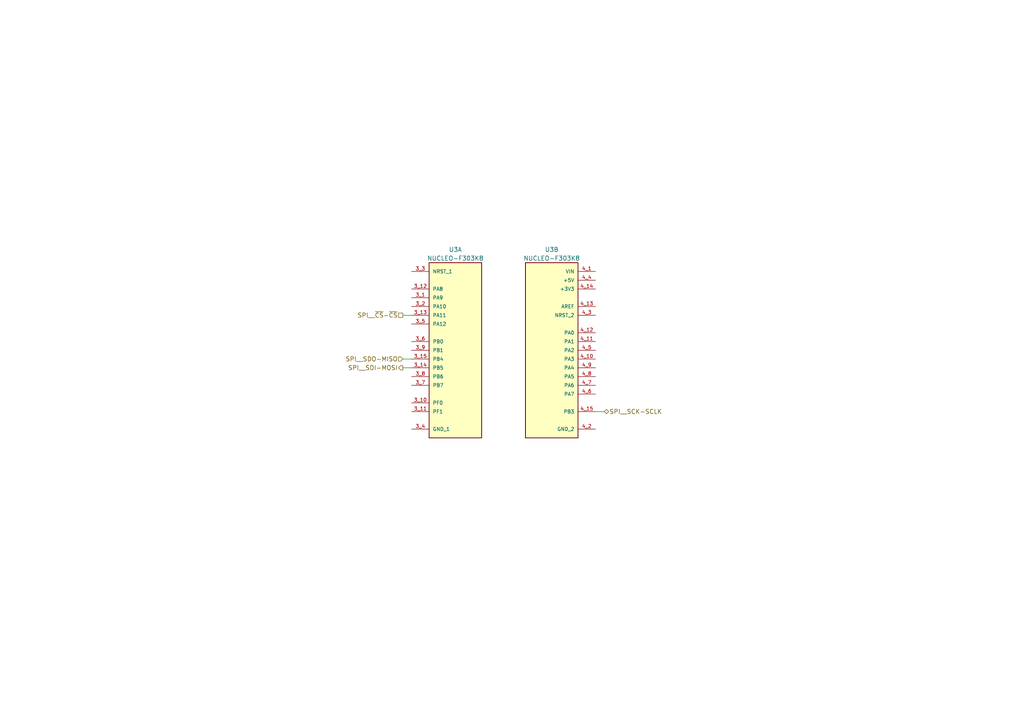
<source format=kicad_sch>
(kicad_sch (version 20230121) (generator eeschema)
  (paper "A4")
  (lib_symbols
    (symbol "NUCLEO-F303K8:NUCLEO-F303K8" (pin_names (offset 1.016))
      (property "Reference" "U" (at -7.6292 25.9456 0))
      (property "Value" "NUCLEO-F303K8" (at -7.6233 -27.7005 0))
      (symbol "NUCLEO-F303K8_1_0"
        (rectangle (start -7.62 -25.4) (end 7.62 25.4) (stroke (width 0.254)) (fill (type background)))
        (pin bidirectional line (at 12.7 15.24 180) (length 5.08) (name "PA9") (number "3_1"))
        (pin bidirectional line (at 12.7 -15.24 180) (length 5.08) (name "PF0") (number "3_10"))
        (pin bidirectional line (at 12.7 -17.78 180) (length 5.08) (name "PF1") (number "3_11"))
        (pin bidirectional line (at 12.7 17.78 180) (length 5.08) (name "PA8") (number "3_12"))
        (pin bidirectional line (at 12.7 10.16 180) (length 5.08) (name "PA11") (number "3_13"))
        (pin bidirectional line (at 12.7 -5.08 180) (length 5.08) (name "PB5") (number "3_14"))
        (pin bidirectional line (at 12.7 -2.54 180) (length 5.08) (name "PB4") (number "3_15"))
        (pin bidirectional line (at 12.7 12.7 180) (length 5.08) (name "PA10") (number "3_2"))
        (pin bidirectional line (at 12.7 22.86 180) (length 5.08) (name "NRST_1") (number "3_3"))
        (pin power_in line (at 12.7 -22.86 180) (length 5.08) (name "GND_1") (number "3_4"))
        (pin bidirectional line (at 12.7 7.62 180) (length 5.08) (name "PA12") (number "3_5"))
        (pin bidirectional line (at 12.7 2.54 180) (length 5.08) (name "PB0") (number "3_6"))
        (pin bidirectional line (at 12.7 -10.16 180) (length 5.08) (name "PB7") (number "3_7"))
        (pin bidirectional line (at 12.7 -7.62 180) (length 5.08) (name "PB6") (number "3_8"))
        (pin bidirectional line (at 12.7 0 180) (length 5.08) (name "PB1") (number "3_9"))
      )
      (symbol "NUCLEO-F303K8_2_0"
        (rectangle (start -7.62 -25.4) (end 7.62 25.4) (stroke (width 0.254)) (fill (type background)))
        (pin power_in line (at 12.7 22.86 180) (length 5.08) (name "VIN") (number "4_1"))
        (pin bidirectional line (at 12.7 -2.54 180) (length 5.08) (name "PA3") (number "4_10"))
        (pin bidirectional line (at 12.7 2.54 180) (length 5.08) (name "PA1") (number "4_11"))
        (pin bidirectional line (at 12.7 5.08 180) (length 5.08) (name "PA0") (number "4_12"))
        (pin bidirectional line (at 12.7 12.7 180) (length 5.08) (name "AREF") (number "4_13"))
        (pin power_in line (at 12.7 17.78 180) (length 5.08) (name "+3V3") (number "4_14"))
        (pin bidirectional line (at 12.7 -17.78 180) (length 5.08) (name "PB3") (number "4_15"))
        (pin power_in line (at 12.7 -22.86 180) (length 5.08) (name "GND_2") (number "4_2"))
        (pin bidirectional line (at 12.7 10.16 180) (length 5.08) (name "NRST_2") (number "4_3"))
        (pin power_in line (at 12.7 20.32 180) (length 5.08) (name "+5V") (number "4_4"))
        (pin bidirectional line (at 12.7 0 180) (length 5.08) (name "PA2") (number "4_5"))
        (pin bidirectional line (at 12.7 -12.7 180) (length 5.08) (name "PA7") (number "4_6"))
        (pin bidirectional line (at 12.7 -10.16 180) (length 5.08) (name "PA6") (number "4_7"))
        (pin bidirectional line (at 12.7 -7.62 180) (length 5.08) (name "PA5") (number "4_8"))
        (pin bidirectional line (at 12.7 -5.08 180) (length 5.08) (name "PA4") (number "4_9"))
      )
    )
  )
  (wire (pts (xy 116.84 106.68) (xy 119.38 106.68)))
  (wire (pts (xy 172.72 119.38) (xy 175.26 119.38)))
  (wire (pts (xy 116.84 104.14) (xy 119.38 104.14)))
  (wire (pts (xy 116.84 91.44) (xy 119.38 91.44)))
  (hierarchical_label "SPI__SDO-MISO" (shape input) (at 116.84 104.14 180))
  (hierarchical_label "SPI__SCK-SCLK" (shape bidirectional) (at 175.26 119.38 0))
  (hierarchical_label "SPI__SDI-MOSI" (shape output) (at 116.84 106.68 180))
  (hierarchical_label "SPI__~{CS}-~{CS}" (shape passive) (at 116.84 91.44 180))
  (symbol (lib_id "NUCLEO-F303K8:NUCLEO-F303K8") (at 160.02 101.6 0) (unit 2)
    (property "Reference" "U3" (at 160.02 72.39 0))
    (property "Value" "NUCLEO-F303K8" (at 160.02 74.93 0))
    (property "Footprint" "MODULE_NUCLEO-F303K8" (effects hide))
    (property "STANDARD" "Manufacturer Recommendations" (effects hide))
    (property "SNAPEDA_PN" "NUCLEO-F303K8" (effects hide))
    (property "PARTREV" "5" (effects hide))
    (property "MANUFACTURER" "STMicroelectronics" (effects hide))
    (property "MAXIMUM_PACKAGE_HEIGHT" "N/A" (effects hide))
  )
  (symbol (lib_id "NUCLEO-F303K8:NUCLEO-F303K8") (at 132.08 101.6 0) (mirror y) (unit 1)
    (property "Reference" "U3" (at 132.08 72.39 0))
    (property "Value" "NUCLEO-F303K8" (at 132.08 74.93 0))
    (property "Footprint" "MODULE_NUCLEO-F303K8" (effects hide))
    (property "STANDARD" "Manufacturer Recommendations" (effects hide))
    (property "SNAPEDA_PN" "NUCLEO-F303K8" (effects hide))
    (property "PARTREV" "5" (effects hide))
    (property "MANUFACTURER" "STMicroelectronics" (effects hide))
    (property "MAXIMUM_PACKAGE_HEIGHT" "N/A" (effects hide))
  )
)
</source>
